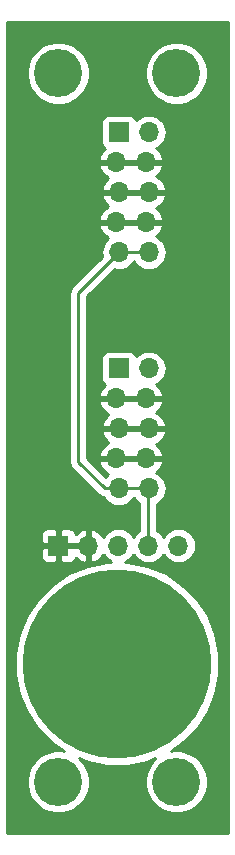
<source format=gtl>
G04 #@! TF.GenerationSoftware,KiCad,Pcbnew,(5.1.0)-1*
G04 #@! TF.CreationDate,2019-05-28T14:05:14-04:00*
G04 #@! TF.ProjectId,Power Supply,506f7765-7220-4537-9570-706c792e6b69,rev?*
G04 #@! TF.SameCoordinates,Original*
G04 #@! TF.FileFunction,Copper,L1,Top*
G04 #@! TF.FilePolarity,Positive*
%FSLAX46Y46*%
G04 Gerber Fmt 4.6, Leading zero omitted, Abs format (unit mm)*
G04 Created by KiCad (PCBNEW (5.1.0)-1) date 2019-05-28 14:05:14*
%MOMM*%
%LPD*%
G04 APERTURE LIST*
%ADD10C,16.000000*%
%ADD11C,4.064000*%
%ADD12O,1.700000X1.700000*%
%ADD13R,1.700000X1.700000*%
%ADD14C,0.250000*%
%ADD15C,0.254000*%
G04 APERTURE END LIST*
D10*
X80000000Y-105000000D03*
D11*
X75000000Y-55000000D03*
X85000000Y-115000000D03*
X85000000Y-55000000D03*
X75000000Y-115000000D03*
D12*
X82667000Y-70160000D03*
X80127000Y-70160000D03*
X82413000Y-67620000D03*
X79873000Y-67620000D03*
X82667000Y-65080000D03*
X80127000Y-65080000D03*
X82413000Y-62540000D03*
X79873000Y-62540000D03*
X82667000Y-60000000D03*
D13*
X80127000Y-60000000D03*
X80127000Y-80000000D03*
D12*
X82667000Y-80000000D03*
X79873000Y-82540000D03*
X82413000Y-82540000D03*
X80127000Y-85080000D03*
X82667000Y-85080000D03*
X79873000Y-87620000D03*
X82413000Y-87620000D03*
X80127000Y-90160000D03*
X82667000Y-90160000D03*
D13*
X75000000Y-95000000D03*
D12*
X77540000Y-95000000D03*
X80080000Y-95000000D03*
X82620000Y-95000000D03*
X85160000Y-95000000D03*
D14*
X82620000Y-90207000D02*
X82667000Y-90160000D01*
X82620000Y-95000000D02*
X82620000Y-90207000D01*
X82667000Y-90160000D02*
X80127000Y-90160000D01*
X78924919Y-90160000D02*
X76700000Y-87935081D01*
X80127000Y-90160000D02*
X78924919Y-90160000D01*
X76700000Y-73587000D02*
X80127000Y-70160000D01*
X76700000Y-87935081D02*
X76700000Y-73587000D01*
X80127000Y-70160000D02*
X82667000Y-70160000D01*
D15*
G36*
X89340000Y-119340000D02*
G01*
X70660000Y-119340000D01*
X70660000Y-104149527D01*
X71365000Y-104149527D01*
X71365000Y-105850473D01*
X71696838Y-107518737D01*
X72347762Y-109090206D01*
X73292758Y-110504492D01*
X74495508Y-111707242D01*
X75503803Y-112380963D01*
X75262677Y-112333000D01*
X74737323Y-112333000D01*
X74222065Y-112435492D01*
X73736702Y-112636536D01*
X73299887Y-112928406D01*
X72928406Y-113299887D01*
X72636536Y-113736702D01*
X72435492Y-114222065D01*
X72333000Y-114737323D01*
X72333000Y-115262677D01*
X72435492Y-115777935D01*
X72636536Y-116263298D01*
X72928406Y-116700113D01*
X73299887Y-117071594D01*
X73736702Y-117363464D01*
X74222065Y-117564508D01*
X74737323Y-117667000D01*
X75262677Y-117667000D01*
X75777935Y-117564508D01*
X76263298Y-117363464D01*
X76700113Y-117071594D01*
X77071594Y-116700113D01*
X77363464Y-116263298D01*
X77564508Y-115777935D01*
X77667000Y-115262677D01*
X77667000Y-114737323D01*
X77564508Y-114222065D01*
X77363464Y-113736702D01*
X77071594Y-113299887D01*
X76787505Y-113015798D01*
X77481263Y-113303162D01*
X79149527Y-113635000D01*
X80850473Y-113635000D01*
X82518737Y-113303162D01*
X83212495Y-113015798D01*
X82928406Y-113299887D01*
X82636536Y-113736702D01*
X82435492Y-114222065D01*
X82333000Y-114737323D01*
X82333000Y-115262677D01*
X82435492Y-115777935D01*
X82636536Y-116263298D01*
X82928406Y-116700113D01*
X83299887Y-117071594D01*
X83736702Y-117363464D01*
X84222065Y-117564508D01*
X84737323Y-117667000D01*
X85262677Y-117667000D01*
X85777935Y-117564508D01*
X86263298Y-117363464D01*
X86700113Y-117071594D01*
X87071594Y-116700113D01*
X87363464Y-116263298D01*
X87564508Y-115777935D01*
X87667000Y-115262677D01*
X87667000Y-114737323D01*
X87564508Y-114222065D01*
X87363464Y-113736702D01*
X87071594Y-113299887D01*
X86700113Y-112928406D01*
X86263298Y-112636536D01*
X85777935Y-112435492D01*
X85262677Y-112333000D01*
X84737323Y-112333000D01*
X84496197Y-112380963D01*
X85504492Y-111707242D01*
X86707242Y-110504492D01*
X87652238Y-109090206D01*
X88303162Y-107518737D01*
X88635000Y-105850473D01*
X88635000Y-104149527D01*
X88303162Y-102481263D01*
X87652238Y-100909794D01*
X86707242Y-99495508D01*
X85504492Y-98292758D01*
X84090206Y-97347762D01*
X82518737Y-96696838D01*
X80850473Y-96365000D01*
X80676476Y-96365000D01*
X80909014Y-96240706D01*
X81135134Y-96055134D01*
X81320706Y-95829014D01*
X81350000Y-95774209D01*
X81379294Y-95829014D01*
X81564866Y-96055134D01*
X81790986Y-96240706D01*
X82048966Y-96378599D01*
X82328889Y-96463513D01*
X82547050Y-96485000D01*
X82692950Y-96485000D01*
X82911111Y-96463513D01*
X83191034Y-96378599D01*
X83449014Y-96240706D01*
X83675134Y-96055134D01*
X83860706Y-95829014D01*
X83890000Y-95774209D01*
X83919294Y-95829014D01*
X84104866Y-96055134D01*
X84330986Y-96240706D01*
X84588966Y-96378599D01*
X84868889Y-96463513D01*
X85087050Y-96485000D01*
X85232950Y-96485000D01*
X85451111Y-96463513D01*
X85731034Y-96378599D01*
X85989014Y-96240706D01*
X86215134Y-96055134D01*
X86400706Y-95829014D01*
X86538599Y-95571034D01*
X86623513Y-95291111D01*
X86652185Y-95000000D01*
X86623513Y-94708889D01*
X86538599Y-94428966D01*
X86400706Y-94170986D01*
X86215134Y-93944866D01*
X85989014Y-93759294D01*
X85731034Y-93621401D01*
X85451111Y-93536487D01*
X85232950Y-93515000D01*
X85087050Y-93515000D01*
X84868889Y-93536487D01*
X84588966Y-93621401D01*
X84330986Y-93759294D01*
X84104866Y-93944866D01*
X83919294Y-94170986D01*
X83890000Y-94225791D01*
X83860706Y-94170986D01*
X83675134Y-93944866D01*
X83449014Y-93759294D01*
X83380000Y-93722405D01*
X83380000Y-91462717D01*
X83496014Y-91400706D01*
X83722134Y-91215134D01*
X83907706Y-90989014D01*
X84045599Y-90731034D01*
X84130513Y-90451111D01*
X84159185Y-90160000D01*
X84130513Y-89868889D01*
X84045599Y-89588966D01*
X83907706Y-89330986D01*
X83722134Y-89104866D01*
X83496014Y-88919294D01*
X83296913Y-88812872D01*
X83510588Y-88620269D01*
X83684641Y-88386920D01*
X83809825Y-88124099D01*
X83854476Y-87976890D01*
X83733155Y-87747000D01*
X82540000Y-87747000D01*
X82540000Y-87767000D01*
X82286000Y-87767000D01*
X82286000Y-87747000D01*
X80000000Y-87747000D01*
X80000000Y-87767000D01*
X79746000Y-87767000D01*
X79746000Y-87747000D01*
X78552845Y-87747000D01*
X78431524Y-87976890D01*
X78476175Y-88124099D01*
X78601359Y-88386920D01*
X78775412Y-88620269D01*
X78991645Y-88815178D01*
X79241748Y-88964157D01*
X79242846Y-88964546D01*
X79071866Y-89104866D01*
X79014494Y-89174774D01*
X77460000Y-87620280D01*
X77460000Y-87263110D01*
X78431524Y-87263110D01*
X78552845Y-87493000D01*
X79746000Y-87493000D01*
X79746000Y-87473000D01*
X80000000Y-87473000D01*
X80000000Y-87493000D01*
X82286000Y-87493000D01*
X82286000Y-87473000D01*
X82540000Y-87473000D01*
X82540000Y-87493000D01*
X83733155Y-87493000D01*
X83854476Y-87263110D01*
X83809825Y-87115901D01*
X83684641Y-86853080D01*
X83510588Y-86619731D01*
X83294926Y-86425337D01*
X83298252Y-86424157D01*
X83548355Y-86275178D01*
X83764588Y-86080269D01*
X83938641Y-85846920D01*
X84063825Y-85584099D01*
X84108476Y-85436890D01*
X83987155Y-85207000D01*
X82794000Y-85207000D01*
X82794000Y-85227000D01*
X82540000Y-85227000D01*
X82540000Y-85207000D01*
X80254000Y-85207000D01*
X80254000Y-85227000D01*
X80000000Y-85227000D01*
X80000000Y-85207000D01*
X78806845Y-85207000D01*
X78685524Y-85436890D01*
X78730175Y-85584099D01*
X78855359Y-85846920D01*
X79029412Y-86080269D01*
X79245074Y-86274663D01*
X79241748Y-86275843D01*
X78991645Y-86424822D01*
X78775412Y-86619731D01*
X78601359Y-86853080D01*
X78476175Y-87115901D01*
X78431524Y-87263110D01*
X77460000Y-87263110D01*
X77460000Y-82896890D01*
X78431524Y-82896890D01*
X78476175Y-83044099D01*
X78601359Y-83306920D01*
X78775412Y-83540269D01*
X78991645Y-83735178D01*
X79241748Y-83884157D01*
X79245074Y-83885337D01*
X79029412Y-84079731D01*
X78855359Y-84313080D01*
X78730175Y-84575901D01*
X78685524Y-84723110D01*
X78806845Y-84953000D01*
X80000000Y-84953000D01*
X80000000Y-84933000D01*
X80254000Y-84933000D01*
X80254000Y-84953000D01*
X82540000Y-84953000D01*
X82540000Y-84933000D01*
X82794000Y-84933000D01*
X82794000Y-84953000D01*
X83987155Y-84953000D01*
X84108476Y-84723110D01*
X84063825Y-84575901D01*
X83938641Y-84313080D01*
X83764588Y-84079731D01*
X83548355Y-83884822D01*
X83298252Y-83735843D01*
X83294926Y-83734663D01*
X83510588Y-83540269D01*
X83684641Y-83306920D01*
X83809825Y-83044099D01*
X83854476Y-82896890D01*
X83733155Y-82667000D01*
X82540000Y-82667000D01*
X82540000Y-82687000D01*
X82286000Y-82687000D01*
X82286000Y-82667000D01*
X80000000Y-82667000D01*
X80000000Y-82687000D01*
X79746000Y-82687000D01*
X79746000Y-82667000D01*
X78552845Y-82667000D01*
X78431524Y-82896890D01*
X77460000Y-82896890D01*
X77460000Y-82183110D01*
X78431524Y-82183110D01*
X78552845Y-82413000D01*
X79746000Y-82413000D01*
X79746000Y-82393000D01*
X80000000Y-82393000D01*
X80000000Y-82413000D01*
X82286000Y-82413000D01*
X82286000Y-82393000D01*
X82540000Y-82393000D01*
X82540000Y-82413000D01*
X83733155Y-82413000D01*
X83854476Y-82183110D01*
X83809825Y-82035901D01*
X83684641Y-81773080D01*
X83510588Y-81539731D01*
X83296913Y-81347128D01*
X83496014Y-81240706D01*
X83722134Y-81055134D01*
X83907706Y-80829014D01*
X84045599Y-80571034D01*
X84130513Y-80291111D01*
X84159185Y-80000000D01*
X84130513Y-79708889D01*
X84045599Y-79428966D01*
X83907706Y-79170986D01*
X83722134Y-78944866D01*
X83496014Y-78759294D01*
X83238034Y-78621401D01*
X82958111Y-78536487D01*
X82739950Y-78515000D01*
X82594050Y-78515000D01*
X82375889Y-78536487D01*
X82095966Y-78621401D01*
X81837986Y-78759294D01*
X81611866Y-78944866D01*
X81587393Y-78974687D01*
X81566502Y-78905820D01*
X81507537Y-78795506D01*
X81428185Y-78698815D01*
X81331494Y-78619463D01*
X81221180Y-78560498D01*
X81101482Y-78524188D01*
X80977000Y-78511928D01*
X79277000Y-78511928D01*
X79152518Y-78524188D01*
X79032820Y-78560498D01*
X78922506Y-78619463D01*
X78825815Y-78698815D01*
X78746463Y-78795506D01*
X78687498Y-78905820D01*
X78651188Y-79025518D01*
X78638928Y-79150000D01*
X78638928Y-80850000D01*
X78651188Y-80974482D01*
X78687498Y-81094180D01*
X78746463Y-81204494D01*
X78825815Y-81301185D01*
X78922506Y-81380537D01*
X78941035Y-81390441D01*
X78775412Y-81539731D01*
X78601359Y-81773080D01*
X78476175Y-82035901D01*
X78431524Y-82183110D01*
X77460000Y-82183110D01*
X77460000Y-73901801D01*
X79761005Y-71600797D01*
X79835889Y-71623513D01*
X80054050Y-71645000D01*
X80199950Y-71645000D01*
X80418111Y-71623513D01*
X80698034Y-71538599D01*
X80956014Y-71400706D01*
X81182134Y-71215134D01*
X81367706Y-70989014D01*
X81397000Y-70934209D01*
X81426294Y-70989014D01*
X81611866Y-71215134D01*
X81837986Y-71400706D01*
X82095966Y-71538599D01*
X82375889Y-71623513D01*
X82594050Y-71645000D01*
X82739950Y-71645000D01*
X82958111Y-71623513D01*
X83238034Y-71538599D01*
X83496014Y-71400706D01*
X83722134Y-71215134D01*
X83907706Y-70989014D01*
X84045599Y-70731034D01*
X84130513Y-70451111D01*
X84159185Y-70160000D01*
X84130513Y-69868889D01*
X84045599Y-69588966D01*
X83907706Y-69330986D01*
X83722134Y-69104866D01*
X83496014Y-68919294D01*
X83296913Y-68812872D01*
X83510588Y-68620269D01*
X83684641Y-68386920D01*
X83809825Y-68124099D01*
X83854476Y-67976890D01*
X83733155Y-67747000D01*
X82540000Y-67747000D01*
X82540000Y-67767000D01*
X82286000Y-67767000D01*
X82286000Y-67747000D01*
X80000000Y-67747000D01*
X80000000Y-67767000D01*
X79746000Y-67767000D01*
X79746000Y-67747000D01*
X78552845Y-67747000D01*
X78431524Y-67976890D01*
X78476175Y-68124099D01*
X78601359Y-68386920D01*
X78775412Y-68620269D01*
X78991645Y-68815178D01*
X79241748Y-68964157D01*
X79242846Y-68964546D01*
X79071866Y-69104866D01*
X78886294Y-69330986D01*
X78748401Y-69588966D01*
X78663487Y-69868889D01*
X78634815Y-70160000D01*
X78663487Y-70451111D01*
X78686203Y-70525995D01*
X76188998Y-73023201D01*
X76160000Y-73046999D01*
X76136202Y-73075997D01*
X76136201Y-73075998D01*
X76065026Y-73162724D01*
X75994454Y-73294754D01*
X75950998Y-73438015D01*
X75936324Y-73587000D01*
X75940001Y-73624332D01*
X75940000Y-87897759D01*
X75936324Y-87935081D01*
X75940000Y-87972403D01*
X75940000Y-87972413D01*
X75950997Y-88084066D01*
X75963141Y-88124099D01*
X75994454Y-88227327D01*
X76065026Y-88359357D01*
X76087647Y-88386920D01*
X76159999Y-88475082D01*
X76189003Y-88498885D01*
X78361119Y-90671002D01*
X78384918Y-90700001D01*
X78413916Y-90723799D01*
X78500643Y-90794974D01*
X78632672Y-90865546D01*
X78775933Y-90909003D01*
X78847284Y-90916030D01*
X78886294Y-90989014D01*
X79071866Y-91215134D01*
X79297986Y-91400706D01*
X79555966Y-91538599D01*
X79835889Y-91623513D01*
X80054050Y-91645000D01*
X80199950Y-91645000D01*
X80418111Y-91623513D01*
X80698034Y-91538599D01*
X80956014Y-91400706D01*
X81182134Y-91215134D01*
X81367706Y-90989014D01*
X81397000Y-90934209D01*
X81426294Y-90989014D01*
X81611866Y-91215134D01*
X81837986Y-91400706D01*
X81860001Y-91412473D01*
X81860000Y-93722405D01*
X81790986Y-93759294D01*
X81564866Y-93944866D01*
X81379294Y-94170986D01*
X81350000Y-94225791D01*
X81320706Y-94170986D01*
X81135134Y-93944866D01*
X80909014Y-93759294D01*
X80651034Y-93621401D01*
X80371111Y-93536487D01*
X80152950Y-93515000D01*
X80007050Y-93515000D01*
X79788889Y-93536487D01*
X79508966Y-93621401D01*
X79250986Y-93759294D01*
X79024866Y-93944866D01*
X78839294Y-94170986D01*
X78804799Y-94235523D01*
X78735178Y-94118645D01*
X78540269Y-93902412D01*
X78306920Y-93728359D01*
X78044099Y-93603175D01*
X77896890Y-93558524D01*
X77667000Y-93679845D01*
X77667000Y-94873000D01*
X77687000Y-94873000D01*
X77687000Y-95127000D01*
X77667000Y-95127000D01*
X77667000Y-96320155D01*
X77896890Y-96441476D01*
X78044099Y-96396825D01*
X78306920Y-96271641D01*
X78540269Y-96097588D01*
X78735178Y-95881355D01*
X78804799Y-95764477D01*
X78839294Y-95829014D01*
X79024866Y-96055134D01*
X79250986Y-96240706D01*
X79483524Y-96365000D01*
X79149527Y-96365000D01*
X77481263Y-96696838D01*
X75909794Y-97347762D01*
X74495508Y-98292758D01*
X73292758Y-99495508D01*
X72347762Y-100909794D01*
X71696838Y-102481263D01*
X71365000Y-104149527D01*
X70660000Y-104149527D01*
X70660000Y-95850000D01*
X73511928Y-95850000D01*
X73524188Y-95974482D01*
X73560498Y-96094180D01*
X73619463Y-96204494D01*
X73698815Y-96301185D01*
X73795506Y-96380537D01*
X73905820Y-96439502D01*
X74025518Y-96475812D01*
X74150000Y-96488072D01*
X74714250Y-96485000D01*
X74873000Y-96326250D01*
X74873000Y-95127000D01*
X75127000Y-95127000D01*
X75127000Y-96326250D01*
X75285750Y-96485000D01*
X75850000Y-96488072D01*
X75974482Y-96475812D01*
X76094180Y-96439502D01*
X76204494Y-96380537D01*
X76301185Y-96301185D01*
X76380537Y-96204494D01*
X76439502Y-96094180D01*
X76463966Y-96013534D01*
X76539731Y-96097588D01*
X76773080Y-96271641D01*
X77035901Y-96396825D01*
X77183110Y-96441476D01*
X77413000Y-96320155D01*
X77413000Y-95127000D01*
X75127000Y-95127000D01*
X74873000Y-95127000D01*
X73673750Y-95127000D01*
X73515000Y-95285750D01*
X73511928Y-95850000D01*
X70660000Y-95850000D01*
X70660000Y-94150000D01*
X73511928Y-94150000D01*
X73515000Y-94714250D01*
X73673750Y-94873000D01*
X74873000Y-94873000D01*
X74873000Y-93673750D01*
X75127000Y-93673750D01*
X75127000Y-94873000D01*
X77413000Y-94873000D01*
X77413000Y-93679845D01*
X77183110Y-93558524D01*
X77035901Y-93603175D01*
X76773080Y-93728359D01*
X76539731Y-93902412D01*
X76463966Y-93986466D01*
X76439502Y-93905820D01*
X76380537Y-93795506D01*
X76301185Y-93698815D01*
X76204494Y-93619463D01*
X76094180Y-93560498D01*
X75974482Y-93524188D01*
X75850000Y-93511928D01*
X75285750Y-93515000D01*
X75127000Y-93673750D01*
X74873000Y-93673750D01*
X74714250Y-93515000D01*
X74150000Y-93511928D01*
X74025518Y-93524188D01*
X73905820Y-93560498D01*
X73795506Y-93619463D01*
X73698815Y-93698815D01*
X73619463Y-93795506D01*
X73560498Y-93905820D01*
X73524188Y-94025518D01*
X73511928Y-94150000D01*
X70660000Y-94150000D01*
X70660000Y-67263110D01*
X78431524Y-67263110D01*
X78552845Y-67493000D01*
X79746000Y-67493000D01*
X79746000Y-67473000D01*
X80000000Y-67473000D01*
X80000000Y-67493000D01*
X82286000Y-67493000D01*
X82286000Y-67473000D01*
X82540000Y-67473000D01*
X82540000Y-67493000D01*
X83733155Y-67493000D01*
X83854476Y-67263110D01*
X83809825Y-67115901D01*
X83684641Y-66853080D01*
X83510588Y-66619731D01*
X83294926Y-66425337D01*
X83298252Y-66424157D01*
X83548355Y-66275178D01*
X83764588Y-66080269D01*
X83938641Y-65846920D01*
X84063825Y-65584099D01*
X84108476Y-65436890D01*
X83987155Y-65207000D01*
X82794000Y-65207000D01*
X82794000Y-65227000D01*
X82540000Y-65227000D01*
X82540000Y-65207000D01*
X80254000Y-65207000D01*
X80254000Y-65227000D01*
X80000000Y-65227000D01*
X80000000Y-65207000D01*
X78806845Y-65207000D01*
X78685524Y-65436890D01*
X78730175Y-65584099D01*
X78855359Y-65846920D01*
X79029412Y-66080269D01*
X79245074Y-66274663D01*
X79241748Y-66275843D01*
X78991645Y-66424822D01*
X78775412Y-66619731D01*
X78601359Y-66853080D01*
X78476175Y-67115901D01*
X78431524Y-67263110D01*
X70660000Y-67263110D01*
X70660000Y-62896890D01*
X78431524Y-62896890D01*
X78476175Y-63044099D01*
X78601359Y-63306920D01*
X78775412Y-63540269D01*
X78991645Y-63735178D01*
X79241748Y-63884157D01*
X79245074Y-63885337D01*
X79029412Y-64079731D01*
X78855359Y-64313080D01*
X78730175Y-64575901D01*
X78685524Y-64723110D01*
X78806845Y-64953000D01*
X80000000Y-64953000D01*
X80000000Y-64933000D01*
X80254000Y-64933000D01*
X80254000Y-64953000D01*
X82540000Y-64953000D01*
X82540000Y-64933000D01*
X82794000Y-64933000D01*
X82794000Y-64953000D01*
X83987155Y-64953000D01*
X84108476Y-64723110D01*
X84063825Y-64575901D01*
X83938641Y-64313080D01*
X83764588Y-64079731D01*
X83548355Y-63884822D01*
X83298252Y-63735843D01*
X83294926Y-63734663D01*
X83510588Y-63540269D01*
X83684641Y-63306920D01*
X83809825Y-63044099D01*
X83854476Y-62896890D01*
X83733155Y-62667000D01*
X82540000Y-62667000D01*
X82540000Y-62687000D01*
X82286000Y-62687000D01*
X82286000Y-62667000D01*
X80000000Y-62667000D01*
X80000000Y-62687000D01*
X79746000Y-62687000D01*
X79746000Y-62667000D01*
X78552845Y-62667000D01*
X78431524Y-62896890D01*
X70660000Y-62896890D01*
X70660000Y-62183110D01*
X78431524Y-62183110D01*
X78552845Y-62413000D01*
X79746000Y-62413000D01*
X79746000Y-62393000D01*
X80000000Y-62393000D01*
X80000000Y-62413000D01*
X82286000Y-62413000D01*
X82286000Y-62393000D01*
X82540000Y-62393000D01*
X82540000Y-62413000D01*
X83733155Y-62413000D01*
X83854476Y-62183110D01*
X83809825Y-62035901D01*
X83684641Y-61773080D01*
X83510588Y-61539731D01*
X83296913Y-61347128D01*
X83496014Y-61240706D01*
X83722134Y-61055134D01*
X83907706Y-60829014D01*
X84045599Y-60571034D01*
X84130513Y-60291111D01*
X84159185Y-60000000D01*
X84130513Y-59708889D01*
X84045599Y-59428966D01*
X83907706Y-59170986D01*
X83722134Y-58944866D01*
X83496014Y-58759294D01*
X83238034Y-58621401D01*
X82958111Y-58536487D01*
X82739950Y-58515000D01*
X82594050Y-58515000D01*
X82375889Y-58536487D01*
X82095966Y-58621401D01*
X81837986Y-58759294D01*
X81611866Y-58944866D01*
X81587393Y-58974687D01*
X81566502Y-58905820D01*
X81507537Y-58795506D01*
X81428185Y-58698815D01*
X81331494Y-58619463D01*
X81221180Y-58560498D01*
X81101482Y-58524188D01*
X80977000Y-58511928D01*
X79277000Y-58511928D01*
X79152518Y-58524188D01*
X79032820Y-58560498D01*
X78922506Y-58619463D01*
X78825815Y-58698815D01*
X78746463Y-58795506D01*
X78687498Y-58905820D01*
X78651188Y-59025518D01*
X78638928Y-59150000D01*
X78638928Y-60850000D01*
X78651188Y-60974482D01*
X78687498Y-61094180D01*
X78746463Y-61204494D01*
X78825815Y-61301185D01*
X78922506Y-61380537D01*
X78941035Y-61390441D01*
X78775412Y-61539731D01*
X78601359Y-61773080D01*
X78476175Y-62035901D01*
X78431524Y-62183110D01*
X70660000Y-62183110D01*
X70660000Y-54737323D01*
X72333000Y-54737323D01*
X72333000Y-55262677D01*
X72435492Y-55777935D01*
X72636536Y-56263298D01*
X72928406Y-56700113D01*
X73299887Y-57071594D01*
X73736702Y-57363464D01*
X74222065Y-57564508D01*
X74737323Y-57667000D01*
X75262677Y-57667000D01*
X75777935Y-57564508D01*
X76263298Y-57363464D01*
X76700113Y-57071594D01*
X77071594Y-56700113D01*
X77363464Y-56263298D01*
X77564508Y-55777935D01*
X77667000Y-55262677D01*
X77667000Y-54737323D01*
X82333000Y-54737323D01*
X82333000Y-55262677D01*
X82435492Y-55777935D01*
X82636536Y-56263298D01*
X82928406Y-56700113D01*
X83299887Y-57071594D01*
X83736702Y-57363464D01*
X84222065Y-57564508D01*
X84737323Y-57667000D01*
X85262677Y-57667000D01*
X85777935Y-57564508D01*
X86263298Y-57363464D01*
X86700113Y-57071594D01*
X87071594Y-56700113D01*
X87363464Y-56263298D01*
X87564508Y-55777935D01*
X87667000Y-55262677D01*
X87667000Y-54737323D01*
X87564508Y-54222065D01*
X87363464Y-53736702D01*
X87071594Y-53299887D01*
X86700113Y-52928406D01*
X86263298Y-52636536D01*
X85777935Y-52435492D01*
X85262677Y-52333000D01*
X84737323Y-52333000D01*
X84222065Y-52435492D01*
X83736702Y-52636536D01*
X83299887Y-52928406D01*
X82928406Y-53299887D01*
X82636536Y-53736702D01*
X82435492Y-54222065D01*
X82333000Y-54737323D01*
X77667000Y-54737323D01*
X77564508Y-54222065D01*
X77363464Y-53736702D01*
X77071594Y-53299887D01*
X76700113Y-52928406D01*
X76263298Y-52636536D01*
X75777935Y-52435492D01*
X75262677Y-52333000D01*
X74737323Y-52333000D01*
X74222065Y-52435492D01*
X73736702Y-52636536D01*
X73299887Y-52928406D01*
X72928406Y-53299887D01*
X72636536Y-53736702D01*
X72435492Y-54222065D01*
X72333000Y-54737323D01*
X70660000Y-54737323D01*
X70660000Y-50660000D01*
X89340001Y-50660000D01*
X89340000Y-119340000D01*
X89340000Y-119340000D01*
G37*
X89340000Y-119340000D02*
X70660000Y-119340000D01*
X70660000Y-104149527D01*
X71365000Y-104149527D01*
X71365000Y-105850473D01*
X71696838Y-107518737D01*
X72347762Y-109090206D01*
X73292758Y-110504492D01*
X74495508Y-111707242D01*
X75503803Y-112380963D01*
X75262677Y-112333000D01*
X74737323Y-112333000D01*
X74222065Y-112435492D01*
X73736702Y-112636536D01*
X73299887Y-112928406D01*
X72928406Y-113299887D01*
X72636536Y-113736702D01*
X72435492Y-114222065D01*
X72333000Y-114737323D01*
X72333000Y-115262677D01*
X72435492Y-115777935D01*
X72636536Y-116263298D01*
X72928406Y-116700113D01*
X73299887Y-117071594D01*
X73736702Y-117363464D01*
X74222065Y-117564508D01*
X74737323Y-117667000D01*
X75262677Y-117667000D01*
X75777935Y-117564508D01*
X76263298Y-117363464D01*
X76700113Y-117071594D01*
X77071594Y-116700113D01*
X77363464Y-116263298D01*
X77564508Y-115777935D01*
X77667000Y-115262677D01*
X77667000Y-114737323D01*
X77564508Y-114222065D01*
X77363464Y-113736702D01*
X77071594Y-113299887D01*
X76787505Y-113015798D01*
X77481263Y-113303162D01*
X79149527Y-113635000D01*
X80850473Y-113635000D01*
X82518737Y-113303162D01*
X83212495Y-113015798D01*
X82928406Y-113299887D01*
X82636536Y-113736702D01*
X82435492Y-114222065D01*
X82333000Y-114737323D01*
X82333000Y-115262677D01*
X82435492Y-115777935D01*
X82636536Y-116263298D01*
X82928406Y-116700113D01*
X83299887Y-117071594D01*
X83736702Y-117363464D01*
X84222065Y-117564508D01*
X84737323Y-117667000D01*
X85262677Y-117667000D01*
X85777935Y-117564508D01*
X86263298Y-117363464D01*
X86700113Y-117071594D01*
X87071594Y-116700113D01*
X87363464Y-116263298D01*
X87564508Y-115777935D01*
X87667000Y-115262677D01*
X87667000Y-114737323D01*
X87564508Y-114222065D01*
X87363464Y-113736702D01*
X87071594Y-113299887D01*
X86700113Y-112928406D01*
X86263298Y-112636536D01*
X85777935Y-112435492D01*
X85262677Y-112333000D01*
X84737323Y-112333000D01*
X84496197Y-112380963D01*
X85504492Y-111707242D01*
X86707242Y-110504492D01*
X87652238Y-109090206D01*
X88303162Y-107518737D01*
X88635000Y-105850473D01*
X88635000Y-104149527D01*
X88303162Y-102481263D01*
X87652238Y-100909794D01*
X86707242Y-99495508D01*
X85504492Y-98292758D01*
X84090206Y-97347762D01*
X82518737Y-96696838D01*
X80850473Y-96365000D01*
X80676476Y-96365000D01*
X80909014Y-96240706D01*
X81135134Y-96055134D01*
X81320706Y-95829014D01*
X81350000Y-95774209D01*
X81379294Y-95829014D01*
X81564866Y-96055134D01*
X81790986Y-96240706D01*
X82048966Y-96378599D01*
X82328889Y-96463513D01*
X82547050Y-96485000D01*
X82692950Y-96485000D01*
X82911111Y-96463513D01*
X83191034Y-96378599D01*
X83449014Y-96240706D01*
X83675134Y-96055134D01*
X83860706Y-95829014D01*
X83890000Y-95774209D01*
X83919294Y-95829014D01*
X84104866Y-96055134D01*
X84330986Y-96240706D01*
X84588966Y-96378599D01*
X84868889Y-96463513D01*
X85087050Y-96485000D01*
X85232950Y-96485000D01*
X85451111Y-96463513D01*
X85731034Y-96378599D01*
X85989014Y-96240706D01*
X86215134Y-96055134D01*
X86400706Y-95829014D01*
X86538599Y-95571034D01*
X86623513Y-95291111D01*
X86652185Y-95000000D01*
X86623513Y-94708889D01*
X86538599Y-94428966D01*
X86400706Y-94170986D01*
X86215134Y-93944866D01*
X85989014Y-93759294D01*
X85731034Y-93621401D01*
X85451111Y-93536487D01*
X85232950Y-93515000D01*
X85087050Y-93515000D01*
X84868889Y-93536487D01*
X84588966Y-93621401D01*
X84330986Y-93759294D01*
X84104866Y-93944866D01*
X83919294Y-94170986D01*
X83890000Y-94225791D01*
X83860706Y-94170986D01*
X83675134Y-93944866D01*
X83449014Y-93759294D01*
X83380000Y-93722405D01*
X83380000Y-91462717D01*
X83496014Y-91400706D01*
X83722134Y-91215134D01*
X83907706Y-90989014D01*
X84045599Y-90731034D01*
X84130513Y-90451111D01*
X84159185Y-90160000D01*
X84130513Y-89868889D01*
X84045599Y-89588966D01*
X83907706Y-89330986D01*
X83722134Y-89104866D01*
X83496014Y-88919294D01*
X83296913Y-88812872D01*
X83510588Y-88620269D01*
X83684641Y-88386920D01*
X83809825Y-88124099D01*
X83854476Y-87976890D01*
X83733155Y-87747000D01*
X82540000Y-87747000D01*
X82540000Y-87767000D01*
X82286000Y-87767000D01*
X82286000Y-87747000D01*
X80000000Y-87747000D01*
X80000000Y-87767000D01*
X79746000Y-87767000D01*
X79746000Y-87747000D01*
X78552845Y-87747000D01*
X78431524Y-87976890D01*
X78476175Y-88124099D01*
X78601359Y-88386920D01*
X78775412Y-88620269D01*
X78991645Y-88815178D01*
X79241748Y-88964157D01*
X79242846Y-88964546D01*
X79071866Y-89104866D01*
X79014494Y-89174774D01*
X77460000Y-87620280D01*
X77460000Y-87263110D01*
X78431524Y-87263110D01*
X78552845Y-87493000D01*
X79746000Y-87493000D01*
X79746000Y-87473000D01*
X80000000Y-87473000D01*
X80000000Y-87493000D01*
X82286000Y-87493000D01*
X82286000Y-87473000D01*
X82540000Y-87473000D01*
X82540000Y-87493000D01*
X83733155Y-87493000D01*
X83854476Y-87263110D01*
X83809825Y-87115901D01*
X83684641Y-86853080D01*
X83510588Y-86619731D01*
X83294926Y-86425337D01*
X83298252Y-86424157D01*
X83548355Y-86275178D01*
X83764588Y-86080269D01*
X83938641Y-85846920D01*
X84063825Y-85584099D01*
X84108476Y-85436890D01*
X83987155Y-85207000D01*
X82794000Y-85207000D01*
X82794000Y-85227000D01*
X82540000Y-85227000D01*
X82540000Y-85207000D01*
X80254000Y-85207000D01*
X80254000Y-85227000D01*
X80000000Y-85227000D01*
X80000000Y-85207000D01*
X78806845Y-85207000D01*
X78685524Y-85436890D01*
X78730175Y-85584099D01*
X78855359Y-85846920D01*
X79029412Y-86080269D01*
X79245074Y-86274663D01*
X79241748Y-86275843D01*
X78991645Y-86424822D01*
X78775412Y-86619731D01*
X78601359Y-86853080D01*
X78476175Y-87115901D01*
X78431524Y-87263110D01*
X77460000Y-87263110D01*
X77460000Y-82896890D01*
X78431524Y-82896890D01*
X78476175Y-83044099D01*
X78601359Y-83306920D01*
X78775412Y-83540269D01*
X78991645Y-83735178D01*
X79241748Y-83884157D01*
X79245074Y-83885337D01*
X79029412Y-84079731D01*
X78855359Y-84313080D01*
X78730175Y-84575901D01*
X78685524Y-84723110D01*
X78806845Y-84953000D01*
X80000000Y-84953000D01*
X80000000Y-84933000D01*
X80254000Y-84933000D01*
X80254000Y-84953000D01*
X82540000Y-84953000D01*
X82540000Y-84933000D01*
X82794000Y-84933000D01*
X82794000Y-84953000D01*
X83987155Y-84953000D01*
X84108476Y-84723110D01*
X84063825Y-84575901D01*
X83938641Y-84313080D01*
X83764588Y-84079731D01*
X83548355Y-83884822D01*
X83298252Y-83735843D01*
X83294926Y-83734663D01*
X83510588Y-83540269D01*
X83684641Y-83306920D01*
X83809825Y-83044099D01*
X83854476Y-82896890D01*
X83733155Y-82667000D01*
X82540000Y-82667000D01*
X82540000Y-82687000D01*
X82286000Y-82687000D01*
X82286000Y-82667000D01*
X80000000Y-82667000D01*
X80000000Y-82687000D01*
X79746000Y-82687000D01*
X79746000Y-82667000D01*
X78552845Y-82667000D01*
X78431524Y-82896890D01*
X77460000Y-82896890D01*
X77460000Y-82183110D01*
X78431524Y-82183110D01*
X78552845Y-82413000D01*
X79746000Y-82413000D01*
X79746000Y-82393000D01*
X80000000Y-82393000D01*
X80000000Y-82413000D01*
X82286000Y-82413000D01*
X82286000Y-82393000D01*
X82540000Y-82393000D01*
X82540000Y-82413000D01*
X83733155Y-82413000D01*
X83854476Y-82183110D01*
X83809825Y-82035901D01*
X83684641Y-81773080D01*
X83510588Y-81539731D01*
X83296913Y-81347128D01*
X83496014Y-81240706D01*
X83722134Y-81055134D01*
X83907706Y-80829014D01*
X84045599Y-80571034D01*
X84130513Y-80291111D01*
X84159185Y-80000000D01*
X84130513Y-79708889D01*
X84045599Y-79428966D01*
X83907706Y-79170986D01*
X83722134Y-78944866D01*
X83496014Y-78759294D01*
X83238034Y-78621401D01*
X82958111Y-78536487D01*
X82739950Y-78515000D01*
X82594050Y-78515000D01*
X82375889Y-78536487D01*
X82095966Y-78621401D01*
X81837986Y-78759294D01*
X81611866Y-78944866D01*
X81587393Y-78974687D01*
X81566502Y-78905820D01*
X81507537Y-78795506D01*
X81428185Y-78698815D01*
X81331494Y-78619463D01*
X81221180Y-78560498D01*
X81101482Y-78524188D01*
X80977000Y-78511928D01*
X79277000Y-78511928D01*
X79152518Y-78524188D01*
X79032820Y-78560498D01*
X78922506Y-78619463D01*
X78825815Y-78698815D01*
X78746463Y-78795506D01*
X78687498Y-78905820D01*
X78651188Y-79025518D01*
X78638928Y-79150000D01*
X78638928Y-80850000D01*
X78651188Y-80974482D01*
X78687498Y-81094180D01*
X78746463Y-81204494D01*
X78825815Y-81301185D01*
X78922506Y-81380537D01*
X78941035Y-81390441D01*
X78775412Y-81539731D01*
X78601359Y-81773080D01*
X78476175Y-82035901D01*
X78431524Y-82183110D01*
X77460000Y-82183110D01*
X77460000Y-73901801D01*
X79761005Y-71600797D01*
X79835889Y-71623513D01*
X80054050Y-71645000D01*
X80199950Y-71645000D01*
X80418111Y-71623513D01*
X80698034Y-71538599D01*
X80956014Y-71400706D01*
X81182134Y-71215134D01*
X81367706Y-70989014D01*
X81397000Y-70934209D01*
X81426294Y-70989014D01*
X81611866Y-71215134D01*
X81837986Y-71400706D01*
X82095966Y-71538599D01*
X82375889Y-71623513D01*
X82594050Y-71645000D01*
X82739950Y-71645000D01*
X82958111Y-71623513D01*
X83238034Y-71538599D01*
X83496014Y-71400706D01*
X83722134Y-71215134D01*
X83907706Y-70989014D01*
X84045599Y-70731034D01*
X84130513Y-70451111D01*
X84159185Y-70160000D01*
X84130513Y-69868889D01*
X84045599Y-69588966D01*
X83907706Y-69330986D01*
X83722134Y-69104866D01*
X83496014Y-68919294D01*
X83296913Y-68812872D01*
X83510588Y-68620269D01*
X83684641Y-68386920D01*
X83809825Y-68124099D01*
X83854476Y-67976890D01*
X83733155Y-67747000D01*
X82540000Y-67747000D01*
X82540000Y-67767000D01*
X82286000Y-67767000D01*
X82286000Y-67747000D01*
X80000000Y-67747000D01*
X80000000Y-67767000D01*
X79746000Y-67767000D01*
X79746000Y-67747000D01*
X78552845Y-67747000D01*
X78431524Y-67976890D01*
X78476175Y-68124099D01*
X78601359Y-68386920D01*
X78775412Y-68620269D01*
X78991645Y-68815178D01*
X79241748Y-68964157D01*
X79242846Y-68964546D01*
X79071866Y-69104866D01*
X78886294Y-69330986D01*
X78748401Y-69588966D01*
X78663487Y-69868889D01*
X78634815Y-70160000D01*
X78663487Y-70451111D01*
X78686203Y-70525995D01*
X76188998Y-73023201D01*
X76160000Y-73046999D01*
X76136202Y-73075997D01*
X76136201Y-73075998D01*
X76065026Y-73162724D01*
X75994454Y-73294754D01*
X75950998Y-73438015D01*
X75936324Y-73587000D01*
X75940001Y-73624332D01*
X75940000Y-87897759D01*
X75936324Y-87935081D01*
X75940000Y-87972403D01*
X75940000Y-87972413D01*
X75950997Y-88084066D01*
X75963141Y-88124099D01*
X75994454Y-88227327D01*
X76065026Y-88359357D01*
X76087647Y-88386920D01*
X76159999Y-88475082D01*
X76189003Y-88498885D01*
X78361119Y-90671002D01*
X78384918Y-90700001D01*
X78413916Y-90723799D01*
X78500643Y-90794974D01*
X78632672Y-90865546D01*
X78775933Y-90909003D01*
X78847284Y-90916030D01*
X78886294Y-90989014D01*
X79071866Y-91215134D01*
X79297986Y-91400706D01*
X79555966Y-91538599D01*
X79835889Y-91623513D01*
X80054050Y-91645000D01*
X80199950Y-91645000D01*
X80418111Y-91623513D01*
X80698034Y-91538599D01*
X80956014Y-91400706D01*
X81182134Y-91215134D01*
X81367706Y-90989014D01*
X81397000Y-90934209D01*
X81426294Y-90989014D01*
X81611866Y-91215134D01*
X81837986Y-91400706D01*
X81860001Y-91412473D01*
X81860000Y-93722405D01*
X81790986Y-93759294D01*
X81564866Y-93944866D01*
X81379294Y-94170986D01*
X81350000Y-94225791D01*
X81320706Y-94170986D01*
X81135134Y-93944866D01*
X80909014Y-93759294D01*
X80651034Y-93621401D01*
X80371111Y-93536487D01*
X80152950Y-93515000D01*
X80007050Y-93515000D01*
X79788889Y-93536487D01*
X79508966Y-93621401D01*
X79250986Y-93759294D01*
X79024866Y-93944866D01*
X78839294Y-94170986D01*
X78804799Y-94235523D01*
X78735178Y-94118645D01*
X78540269Y-93902412D01*
X78306920Y-93728359D01*
X78044099Y-93603175D01*
X77896890Y-93558524D01*
X77667000Y-93679845D01*
X77667000Y-94873000D01*
X77687000Y-94873000D01*
X77687000Y-95127000D01*
X77667000Y-95127000D01*
X77667000Y-96320155D01*
X77896890Y-96441476D01*
X78044099Y-96396825D01*
X78306920Y-96271641D01*
X78540269Y-96097588D01*
X78735178Y-95881355D01*
X78804799Y-95764477D01*
X78839294Y-95829014D01*
X79024866Y-96055134D01*
X79250986Y-96240706D01*
X79483524Y-96365000D01*
X79149527Y-96365000D01*
X77481263Y-96696838D01*
X75909794Y-97347762D01*
X74495508Y-98292758D01*
X73292758Y-99495508D01*
X72347762Y-100909794D01*
X71696838Y-102481263D01*
X71365000Y-104149527D01*
X70660000Y-104149527D01*
X70660000Y-95850000D01*
X73511928Y-95850000D01*
X73524188Y-95974482D01*
X73560498Y-96094180D01*
X73619463Y-96204494D01*
X73698815Y-96301185D01*
X73795506Y-96380537D01*
X73905820Y-96439502D01*
X74025518Y-96475812D01*
X74150000Y-96488072D01*
X74714250Y-96485000D01*
X74873000Y-96326250D01*
X74873000Y-95127000D01*
X75127000Y-95127000D01*
X75127000Y-96326250D01*
X75285750Y-96485000D01*
X75850000Y-96488072D01*
X75974482Y-96475812D01*
X76094180Y-96439502D01*
X76204494Y-96380537D01*
X76301185Y-96301185D01*
X76380537Y-96204494D01*
X76439502Y-96094180D01*
X76463966Y-96013534D01*
X76539731Y-96097588D01*
X76773080Y-96271641D01*
X77035901Y-96396825D01*
X77183110Y-96441476D01*
X77413000Y-96320155D01*
X77413000Y-95127000D01*
X75127000Y-95127000D01*
X74873000Y-95127000D01*
X73673750Y-95127000D01*
X73515000Y-95285750D01*
X73511928Y-95850000D01*
X70660000Y-95850000D01*
X70660000Y-94150000D01*
X73511928Y-94150000D01*
X73515000Y-94714250D01*
X73673750Y-94873000D01*
X74873000Y-94873000D01*
X74873000Y-93673750D01*
X75127000Y-93673750D01*
X75127000Y-94873000D01*
X77413000Y-94873000D01*
X77413000Y-93679845D01*
X77183110Y-93558524D01*
X77035901Y-93603175D01*
X76773080Y-93728359D01*
X76539731Y-93902412D01*
X76463966Y-93986466D01*
X76439502Y-93905820D01*
X76380537Y-93795506D01*
X76301185Y-93698815D01*
X76204494Y-93619463D01*
X76094180Y-93560498D01*
X75974482Y-93524188D01*
X75850000Y-93511928D01*
X75285750Y-93515000D01*
X75127000Y-93673750D01*
X74873000Y-93673750D01*
X74714250Y-93515000D01*
X74150000Y-93511928D01*
X74025518Y-93524188D01*
X73905820Y-93560498D01*
X73795506Y-93619463D01*
X73698815Y-93698815D01*
X73619463Y-93795506D01*
X73560498Y-93905820D01*
X73524188Y-94025518D01*
X73511928Y-94150000D01*
X70660000Y-94150000D01*
X70660000Y-67263110D01*
X78431524Y-67263110D01*
X78552845Y-67493000D01*
X79746000Y-67493000D01*
X79746000Y-67473000D01*
X80000000Y-67473000D01*
X80000000Y-67493000D01*
X82286000Y-67493000D01*
X82286000Y-67473000D01*
X82540000Y-67473000D01*
X82540000Y-67493000D01*
X83733155Y-67493000D01*
X83854476Y-67263110D01*
X83809825Y-67115901D01*
X83684641Y-66853080D01*
X83510588Y-66619731D01*
X83294926Y-66425337D01*
X83298252Y-66424157D01*
X83548355Y-66275178D01*
X83764588Y-66080269D01*
X83938641Y-65846920D01*
X84063825Y-65584099D01*
X84108476Y-65436890D01*
X83987155Y-65207000D01*
X82794000Y-65207000D01*
X82794000Y-65227000D01*
X82540000Y-65227000D01*
X82540000Y-65207000D01*
X80254000Y-65207000D01*
X80254000Y-65227000D01*
X80000000Y-65227000D01*
X80000000Y-65207000D01*
X78806845Y-65207000D01*
X78685524Y-65436890D01*
X78730175Y-65584099D01*
X78855359Y-65846920D01*
X79029412Y-66080269D01*
X79245074Y-66274663D01*
X79241748Y-66275843D01*
X78991645Y-66424822D01*
X78775412Y-66619731D01*
X78601359Y-66853080D01*
X78476175Y-67115901D01*
X78431524Y-67263110D01*
X70660000Y-67263110D01*
X70660000Y-62896890D01*
X78431524Y-62896890D01*
X78476175Y-63044099D01*
X78601359Y-63306920D01*
X78775412Y-63540269D01*
X78991645Y-63735178D01*
X79241748Y-63884157D01*
X79245074Y-63885337D01*
X79029412Y-64079731D01*
X78855359Y-64313080D01*
X78730175Y-64575901D01*
X78685524Y-64723110D01*
X78806845Y-64953000D01*
X80000000Y-64953000D01*
X80000000Y-64933000D01*
X80254000Y-64933000D01*
X80254000Y-64953000D01*
X82540000Y-64953000D01*
X82540000Y-64933000D01*
X82794000Y-64933000D01*
X82794000Y-64953000D01*
X83987155Y-64953000D01*
X84108476Y-64723110D01*
X84063825Y-64575901D01*
X83938641Y-64313080D01*
X83764588Y-64079731D01*
X83548355Y-63884822D01*
X83298252Y-63735843D01*
X83294926Y-63734663D01*
X83510588Y-63540269D01*
X83684641Y-63306920D01*
X83809825Y-63044099D01*
X83854476Y-62896890D01*
X83733155Y-62667000D01*
X82540000Y-62667000D01*
X82540000Y-62687000D01*
X82286000Y-62687000D01*
X82286000Y-62667000D01*
X80000000Y-62667000D01*
X80000000Y-62687000D01*
X79746000Y-62687000D01*
X79746000Y-62667000D01*
X78552845Y-62667000D01*
X78431524Y-62896890D01*
X70660000Y-62896890D01*
X70660000Y-62183110D01*
X78431524Y-62183110D01*
X78552845Y-62413000D01*
X79746000Y-62413000D01*
X79746000Y-62393000D01*
X80000000Y-62393000D01*
X80000000Y-62413000D01*
X82286000Y-62413000D01*
X82286000Y-62393000D01*
X82540000Y-62393000D01*
X82540000Y-62413000D01*
X83733155Y-62413000D01*
X83854476Y-62183110D01*
X83809825Y-62035901D01*
X83684641Y-61773080D01*
X83510588Y-61539731D01*
X83296913Y-61347128D01*
X83496014Y-61240706D01*
X83722134Y-61055134D01*
X83907706Y-60829014D01*
X84045599Y-60571034D01*
X84130513Y-60291111D01*
X84159185Y-60000000D01*
X84130513Y-59708889D01*
X84045599Y-59428966D01*
X83907706Y-59170986D01*
X83722134Y-58944866D01*
X83496014Y-58759294D01*
X83238034Y-58621401D01*
X82958111Y-58536487D01*
X82739950Y-58515000D01*
X82594050Y-58515000D01*
X82375889Y-58536487D01*
X82095966Y-58621401D01*
X81837986Y-58759294D01*
X81611866Y-58944866D01*
X81587393Y-58974687D01*
X81566502Y-58905820D01*
X81507537Y-58795506D01*
X81428185Y-58698815D01*
X81331494Y-58619463D01*
X81221180Y-58560498D01*
X81101482Y-58524188D01*
X80977000Y-58511928D01*
X79277000Y-58511928D01*
X79152518Y-58524188D01*
X79032820Y-58560498D01*
X78922506Y-58619463D01*
X78825815Y-58698815D01*
X78746463Y-58795506D01*
X78687498Y-58905820D01*
X78651188Y-59025518D01*
X78638928Y-59150000D01*
X78638928Y-60850000D01*
X78651188Y-60974482D01*
X78687498Y-61094180D01*
X78746463Y-61204494D01*
X78825815Y-61301185D01*
X78922506Y-61380537D01*
X78941035Y-61390441D01*
X78775412Y-61539731D01*
X78601359Y-61773080D01*
X78476175Y-62035901D01*
X78431524Y-62183110D01*
X70660000Y-62183110D01*
X70660000Y-54737323D01*
X72333000Y-54737323D01*
X72333000Y-55262677D01*
X72435492Y-55777935D01*
X72636536Y-56263298D01*
X72928406Y-56700113D01*
X73299887Y-57071594D01*
X73736702Y-57363464D01*
X74222065Y-57564508D01*
X74737323Y-57667000D01*
X75262677Y-57667000D01*
X75777935Y-57564508D01*
X76263298Y-57363464D01*
X76700113Y-57071594D01*
X77071594Y-56700113D01*
X77363464Y-56263298D01*
X77564508Y-55777935D01*
X77667000Y-55262677D01*
X77667000Y-54737323D01*
X82333000Y-54737323D01*
X82333000Y-55262677D01*
X82435492Y-55777935D01*
X82636536Y-56263298D01*
X82928406Y-56700113D01*
X83299887Y-57071594D01*
X83736702Y-57363464D01*
X84222065Y-57564508D01*
X84737323Y-57667000D01*
X85262677Y-57667000D01*
X85777935Y-57564508D01*
X86263298Y-57363464D01*
X86700113Y-57071594D01*
X87071594Y-56700113D01*
X87363464Y-56263298D01*
X87564508Y-55777935D01*
X87667000Y-55262677D01*
X87667000Y-54737323D01*
X87564508Y-54222065D01*
X87363464Y-53736702D01*
X87071594Y-53299887D01*
X86700113Y-52928406D01*
X86263298Y-52636536D01*
X85777935Y-52435492D01*
X85262677Y-52333000D01*
X84737323Y-52333000D01*
X84222065Y-52435492D01*
X83736702Y-52636536D01*
X83299887Y-52928406D01*
X82928406Y-53299887D01*
X82636536Y-53736702D01*
X82435492Y-54222065D01*
X82333000Y-54737323D01*
X77667000Y-54737323D01*
X77564508Y-54222065D01*
X77363464Y-53736702D01*
X77071594Y-53299887D01*
X76700113Y-52928406D01*
X76263298Y-52636536D01*
X75777935Y-52435492D01*
X75262677Y-52333000D01*
X74737323Y-52333000D01*
X74222065Y-52435492D01*
X73736702Y-52636536D01*
X73299887Y-52928406D01*
X72928406Y-53299887D01*
X72636536Y-53736702D01*
X72435492Y-54222065D01*
X72333000Y-54737323D01*
X70660000Y-54737323D01*
X70660000Y-50660000D01*
X89340001Y-50660000D01*
X89340000Y-119340000D01*
M02*

</source>
